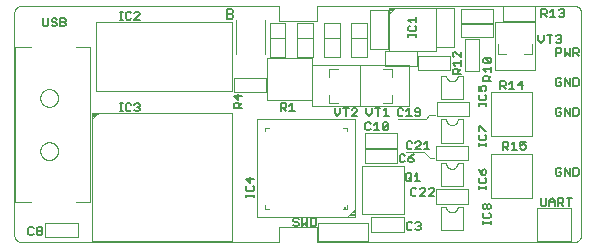
<source format=gto>
G75*
%MOIN*%
%OFA0B0*%
%FSLAX25Y25*%
%IPPOS*%
%LPD*%
%AMOC8*
5,1,8,0,0,1.08239X$1,22.5*
%
%ADD10C,0.00000*%
%ADD11C,0.00600*%
%ADD12C,0.00500*%
%ADD13C,0.00472*%
%ADD14R,0.00984X0.00984*%
D10*
X0010283Y0010126D02*
X0096110Y0010126D01*
X0096110Y0015244D01*
X0108709Y0015244D01*
X0108709Y0010126D01*
X0194535Y0010126D01*
X0194630Y0010128D01*
X0194725Y0010134D01*
X0194820Y0010143D01*
X0194914Y0010157D01*
X0195007Y0010174D01*
X0195100Y0010195D01*
X0195192Y0010219D01*
X0195283Y0010248D01*
X0195373Y0010279D01*
X0195461Y0010315D01*
X0195548Y0010354D01*
X0195633Y0010397D01*
X0195716Y0010442D01*
X0195797Y0010492D01*
X0195877Y0010544D01*
X0195954Y0010600D01*
X0196029Y0010658D01*
X0196101Y0010720D01*
X0196171Y0010785D01*
X0196238Y0010852D01*
X0196303Y0010922D01*
X0196365Y0010994D01*
X0196423Y0011069D01*
X0196479Y0011146D01*
X0196531Y0011226D01*
X0196581Y0011307D01*
X0196626Y0011390D01*
X0196669Y0011475D01*
X0196708Y0011562D01*
X0196744Y0011650D01*
X0196775Y0011740D01*
X0196804Y0011831D01*
X0196828Y0011923D01*
X0196849Y0012016D01*
X0196866Y0012109D01*
X0196880Y0012203D01*
X0196889Y0012298D01*
X0196895Y0012393D01*
X0196897Y0012488D01*
X0196898Y0012488D02*
X0196898Y0086504D01*
X0196897Y0086504D02*
X0196895Y0086599D01*
X0196889Y0086694D01*
X0196880Y0086789D01*
X0196866Y0086883D01*
X0196849Y0086976D01*
X0196828Y0087069D01*
X0196804Y0087161D01*
X0196775Y0087252D01*
X0196744Y0087342D01*
X0196708Y0087430D01*
X0196669Y0087517D01*
X0196626Y0087602D01*
X0196581Y0087685D01*
X0196531Y0087766D01*
X0196479Y0087846D01*
X0196423Y0087923D01*
X0196365Y0087998D01*
X0196303Y0088070D01*
X0196238Y0088140D01*
X0196171Y0088207D01*
X0196101Y0088272D01*
X0196029Y0088334D01*
X0195954Y0088392D01*
X0195877Y0088448D01*
X0195797Y0088500D01*
X0195716Y0088550D01*
X0195633Y0088595D01*
X0195548Y0088638D01*
X0195461Y0088677D01*
X0195373Y0088713D01*
X0195283Y0088744D01*
X0195192Y0088773D01*
X0195100Y0088797D01*
X0195007Y0088818D01*
X0194914Y0088835D01*
X0194820Y0088849D01*
X0194725Y0088858D01*
X0194630Y0088864D01*
X0194535Y0088866D01*
X0108709Y0088866D01*
X0108709Y0083748D01*
X0096110Y0083748D01*
X0096110Y0088866D01*
X0010283Y0088866D01*
X0010188Y0088864D01*
X0010093Y0088858D01*
X0009998Y0088849D01*
X0009904Y0088835D01*
X0009811Y0088818D01*
X0009718Y0088797D01*
X0009626Y0088773D01*
X0009535Y0088744D01*
X0009445Y0088713D01*
X0009357Y0088677D01*
X0009270Y0088638D01*
X0009185Y0088595D01*
X0009102Y0088550D01*
X0009021Y0088500D01*
X0008941Y0088448D01*
X0008864Y0088392D01*
X0008789Y0088334D01*
X0008717Y0088272D01*
X0008647Y0088207D01*
X0008580Y0088140D01*
X0008515Y0088070D01*
X0008453Y0087998D01*
X0008395Y0087923D01*
X0008339Y0087846D01*
X0008287Y0087766D01*
X0008237Y0087685D01*
X0008192Y0087602D01*
X0008149Y0087517D01*
X0008110Y0087430D01*
X0008074Y0087342D01*
X0008043Y0087252D01*
X0008014Y0087161D01*
X0007990Y0087069D01*
X0007969Y0086976D01*
X0007952Y0086883D01*
X0007938Y0086789D01*
X0007929Y0086694D01*
X0007923Y0086599D01*
X0007921Y0086504D01*
X0007921Y0012488D01*
X0007923Y0012393D01*
X0007929Y0012298D01*
X0007938Y0012203D01*
X0007952Y0012109D01*
X0007969Y0012016D01*
X0007990Y0011923D01*
X0008014Y0011831D01*
X0008043Y0011740D01*
X0008074Y0011650D01*
X0008110Y0011562D01*
X0008149Y0011475D01*
X0008192Y0011390D01*
X0008237Y0011307D01*
X0008287Y0011226D01*
X0008339Y0011146D01*
X0008395Y0011069D01*
X0008453Y0010994D01*
X0008515Y0010922D01*
X0008580Y0010852D01*
X0008647Y0010785D01*
X0008717Y0010720D01*
X0008789Y0010658D01*
X0008864Y0010600D01*
X0008941Y0010544D01*
X0009021Y0010492D01*
X0009102Y0010442D01*
X0009185Y0010397D01*
X0009270Y0010354D01*
X0009357Y0010315D01*
X0009445Y0010279D01*
X0009535Y0010248D01*
X0009626Y0010219D01*
X0009718Y0010195D01*
X0009811Y0010174D01*
X0009904Y0010157D01*
X0009998Y0010143D01*
X0010093Y0010134D01*
X0010188Y0010128D01*
X0010283Y0010126D01*
X0016582Y0040441D02*
X0016584Y0040549D01*
X0016590Y0040658D01*
X0016600Y0040766D01*
X0016614Y0040873D01*
X0016632Y0040980D01*
X0016653Y0041087D01*
X0016679Y0041192D01*
X0016709Y0041297D01*
X0016742Y0041400D01*
X0016779Y0041502D01*
X0016820Y0041602D01*
X0016864Y0041701D01*
X0016913Y0041799D01*
X0016964Y0041894D01*
X0017019Y0041987D01*
X0017078Y0042079D01*
X0017140Y0042168D01*
X0017205Y0042255D01*
X0017273Y0042339D01*
X0017344Y0042421D01*
X0017418Y0042500D01*
X0017495Y0042576D01*
X0017575Y0042650D01*
X0017658Y0042720D01*
X0017743Y0042788D01*
X0017830Y0042852D01*
X0017920Y0042913D01*
X0018012Y0042971D01*
X0018106Y0043025D01*
X0018202Y0043076D01*
X0018299Y0043123D01*
X0018399Y0043167D01*
X0018500Y0043207D01*
X0018602Y0043243D01*
X0018705Y0043275D01*
X0018810Y0043304D01*
X0018916Y0043328D01*
X0019022Y0043349D01*
X0019129Y0043366D01*
X0019237Y0043379D01*
X0019345Y0043388D01*
X0019454Y0043393D01*
X0019562Y0043394D01*
X0019671Y0043391D01*
X0019779Y0043384D01*
X0019887Y0043373D01*
X0019994Y0043358D01*
X0020101Y0043339D01*
X0020207Y0043316D01*
X0020312Y0043290D01*
X0020417Y0043259D01*
X0020519Y0043225D01*
X0020621Y0043187D01*
X0020721Y0043145D01*
X0020820Y0043100D01*
X0020917Y0043051D01*
X0021011Y0042998D01*
X0021104Y0042942D01*
X0021195Y0042883D01*
X0021284Y0042820D01*
X0021370Y0042755D01*
X0021454Y0042686D01*
X0021535Y0042614D01*
X0021613Y0042539D01*
X0021689Y0042461D01*
X0021762Y0042380D01*
X0021832Y0042297D01*
X0021898Y0042212D01*
X0021962Y0042124D01*
X0022022Y0042033D01*
X0022079Y0041941D01*
X0022132Y0041846D01*
X0022182Y0041750D01*
X0022228Y0041652D01*
X0022271Y0041552D01*
X0022310Y0041451D01*
X0022345Y0041348D01*
X0022377Y0041245D01*
X0022404Y0041140D01*
X0022428Y0041034D01*
X0022448Y0040927D01*
X0022464Y0040820D01*
X0022476Y0040712D01*
X0022484Y0040604D01*
X0022488Y0040495D01*
X0022488Y0040387D01*
X0022484Y0040278D01*
X0022476Y0040170D01*
X0022464Y0040062D01*
X0022448Y0039955D01*
X0022428Y0039848D01*
X0022404Y0039742D01*
X0022377Y0039637D01*
X0022345Y0039534D01*
X0022310Y0039431D01*
X0022271Y0039330D01*
X0022228Y0039230D01*
X0022182Y0039132D01*
X0022132Y0039036D01*
X0022079Y0038941D01*
X0022022Y0038849D01*
X0021962Y0038758D01*
X0021898Y0038670D01*
X0021832Y0038585D01*
X0021762Y0038502D01*
X0021689Y0038421D01*
X0021613Y0038343D01*
X0021535Y0038268D01*
X0021454Y0038196D01*
X0021370Y0038127D01*
X0021284Y0038062D01*
X0021195Y0037999D01*
X0021104Y0037940D01*
X0021012Y0037884D01*
X0020917Y0037831D01*
X0020820Y0037782D01*
X0020721Y0037737D01*
X0020621Y0037695D01*
X0020519Y0037657D01*
X0020417Y0037623D01*
X0020312Y0037592D01*
X0020207Y0037566D01*
X0020101Y0037543D01*
X0019994Y0037524D01*
X0019887Y0037509D01*
X0019779Y0037498D01*
X0019671Y0037491D01*
X0019562Y0037488D01*
X0019454Y0037489D01*
X0019345Y0037494D01*
X0019237Y0037503D01*
X0019129Y0037516D01*
X0019022Y0037533D01*
X0018916Y0037554D01*
X0018810Y0037578D01*
X0018705Y0037607D01*
X0018602Y0037639D01*
X0018500Y0037675D01*
X0018399Y0037715D01*
X0018299Y0037759D01*
X0018202Y0037806D01*
X0018106Y0037857D01*
X0018012Y0037911D01*
X0017920Y0037969D01*
X0017830Y0038030D01*
X0017743Y0038094D01*
X0017658Y0038162D01*
X0017575Y0038232D01*
X0017495Y0038306D01*
X0017418Y0038382D01*
X0017344Y0038461D01*
X0017273Y0038543D01*
X0017205Y0038627D01*
X0017140Y0038714D01*
X0017078Y0038803D01*
X0017019Y0038895D01*
X0016964Y0038988D01*
X0016913Y0039083D01*
X0016864Y0039181D01*
X0016820Y0039280D01*
X0016779Y0039380D01*
X0016742Y0039482D01*
X0016709Y0039585D01*
X0016679Y0039690D01*
X0016653Y0039795D01*
X0016632Y0039902D01*
X0016614Y0040009D01*
X0016600Y0040116D01*
X0016590Y0040224D01*
X0016584Y0040333D01*
X0016582Y0040441D01*
X0016582Y0058157D02*
X0016584Y0058265D01*
X0016590Y0058374D01*
X0016600Y0058482D01*
X0016614Y0058589D01*
X0016632Y0058696D01*
X0016653Y0058803D01*
X0016679Y0058908D01*
X0016709Y0059013D01*
X0016742Y0059116D01*
X0016779Y0059218D01*
X0016820Y0059318D01*
X0016864Y0059417D01*
X0016913Y0059515D01*
X0016964Y0059610D01*
X0017019Y0059703D01*
X0017078Y0059795D01*
X0017140Y0059884D01*
X0017205Y0059971D01*
X0017273Y0060055D01*
X0017344Y0060137D01*
X0017418Y0060216D01*
X0017495Y0060292D01*
X0017575Y0060366D01*
X0017658Y0060436D01*
X0017743Y0060504D01*
X0017830Y0060568D01*
X0017920Y0060629D01*
X0018012Y0060687D01*
X0018106Y0060741D01*
X0018202Y0060792D01*
X0018299Y0060839D01*
X0018399Y0060883D01*
X0018500Y0060923D01*
X0018602Y0060959D01*
X0018705Y0060991D01*
X0018810Y0061020D01*
X0018916Y0061044D01*
X0019022Y0061065D01*
X0019129Y0061082D01*
X0019237Y0061095D01*
X0019345Y0061104D01*
X0019454Y0061109D01*
X0019562Y0061110D01*
X0019671Y0061107D01*
X0019779Y0061100D01*
X0019887Y0061089D01*
X0019994Y0061074D01*
X0020101Y0061055D01*
X0020207Y0061032D01*
X0020312Y0061006D01*
X0020417Y0060975D01*
X0020519Y0060941D01*
X0020621Y0060903D01*
X0020721Y0060861D01*
X0020820Y0060816D01*
X0020917Y0060767D01*
X0021011Y0060714D01*
X0021104Y0060658D01*
X0021195Y0060599D01*
X0021284Y0060536D01*
X0021370Y0060471D01*
X0021454Y0060402D01*
X0021535Y0060330D01*
X0021613Y0060255D01*
X0021689Y0060177D01*
X0021762Y0060096D01*
X0021832Y0060013D01*
X0021898Y0059928D01*
X0021962Y0059840D01*
X0022022Y0059749D01*
X0022079Y0059657D01*
X0022132Y0059562D01*
X0022182Y0059466D01*
X0022228Y0059368D01*
X0022271Y0059268D01*
X0022310Y0059167D01*
X0022345Y0059064D01*
X0022377Y0058961D01*
X0022404Y0058856D01*
X0022428Y0058750D01*
X0022448Y0058643D01*
X0022464Y0058536D01*
X0022476Y0058428D01*
X0022484Y0058320D01*
X0022488Y0058211D01*
X0022488Y0058103D01*
X0022484Y0057994D01*
X0022476Y0057886D01*
X0022464Y0057778D01*
X0022448Y0057671D01*
X0022428Y0057564D01*
X0022404Y0057458D01*
X0022377Y0057353D01*
X0022345Y0057250D01*
X0022310Y0057147D01*
X0022271Y0057046D01*
X0022228Y0056946D01*
X0022182Y0056848D01*
X0022132Y0056752D01*
X0022079Y0056657D01*
X0022022Y0056565D01*
X0021962Y0056474D01*
X0021898Y0056386D01*
X0021832Y0056301D01*
X0021762Y0056218D01*
X0021689Y0056137D01*
X0021613Y0056059D01*
X0021535Y0055984D01*
X0021454Y0055912D01*
X0021370Y0055843D01*
X0021284Y0055778D01*
X0021195Y0055715D01*
X0021104Y0055656D01*
X0021012Y0055600D01*
X0020917Y0055547D01*
X0020820Y0055498D01*
X0020721Y0055453D01*
X0020621Y0055411D01*
X0020519Y0055373D01*
X0020417Y0055339D01*
X0020312Y0055308D01*
X0020207Y0055282D01*
X0020101Y0055259D01*
X0019994Y0055240D01*
X0019887Y0055225D01*
X0019779Y0055214D01*
X0019671Y0055207D01*
X0019562Y0055204D01*
X0019454Y0055205D01*
X0019345Y0055210D01*
X0019237Y0055219D01*
X0019129Y0055232D01*
X0019022Y0055249D01*
X0018916Y0055270D01*
X0018810Y0055294D01*
X0018705Y0055323D01*
X0018602Y0055355D01*
X0018500Y0055391D01*
X0018399Y0055431D01*
X0018299Y0055475D01*
X0018202Y0055522D01*
X0018106Y0055573D01*
X0018012Y0055627D01*
X0017920Y0055685D01*
X0017830Y0055746D01*
X0017743Y0055810D01*
X0017658Y0055878D01*
X0017575Y0055948D01*
X0017495Y0056022D01*
X0017418Y0056098D01*
X0017344Y0056177D01*
X0017273Y0056259D01*
X0017205Y0056343D01*
X0017140Y0056430D01*
X0017078Y0056519D01*
X0017019Y0056611D01*
X0016964Y0056704D01*
X0016913Y0056799D01*
X0016864Y0056897D01*
X0016820Y0056996D01*
X0016779Y0057096D01*
X0016742Y0057198D01*
X0016709Y0057301D01*
X0016679Y0057406D01*
X0016653Y0057511D01*
X0016632Y0057618D01*
X0016614Y0057725D01*
X0016600Y0057832D01*
X0016590Y0057940D01*
X0016584Y0058049D01*
X0016582Y0058157D01*
D11*
X0078694Y0084442D02*
X0080364Y0084442D01*
X0080920Y0084998D01*
X0080920Y0085555D01*
X0080364Y0086112D01*
X0078694Y0086112D01*
X0080364Y0086112D02*
X0080920Y0086668D01*
X0080920Y0087225D01*
X0080364Y0087782D01*
X0078694Y0087782D01*
X0078694Y0084442D01*
D12*
X0049714Y0084313D02*
X0047946Y0084313D01*
X0049714Y0086081D01*
X0049714Y0086523D01*
X0049272Y0086965D01*
X0048388Y0086965D01*
X0047946Y0086523D01*
X0046814Y0086523D02*
X0046372Y0086965D01*
X0045488Y0086965D01*
X0045046Y0086523D01*
X0045046Y0084755D01*
X0045488Y0084313D01*
X0046372Y0084313D01*
X0046814Y0084755D01*
X0043996Y0084313D02*
X0043112Y0084313D01*
X0043554Y0084313D02*
X0043554Y0086965D01*
X0043112Y0086965D02*
X0043996Y0086965D01*
X0024991Y0084239D02*
X0024991Y0083797D01*
X0024549Y0083355D01*
X0023223Y0083355D01*
X0022091Y0082913D02*
X0022091Y0082472D01*
X0021649Y0082030D01*
X0020765Y0082030D01*
X0020323Y0082472D01*
X0020765Y0083355D02*
X0021649Y0083355D01*
X0022091Y0082913D01*
X0022091Y0084239D02*
X0021649Y0084681D01*
X0020765Y0084681D01*
X0020323Y0084239D01*
X0020323Y0083797D01*
X0020765Y0083355D01*
X0019191Y0082472D02*
X0019191Y0084681D01*
X0017423Y0084681D02*
X0017423Y0082472D01*
X0017865Y0082030D01*
X0018749Y0082030D01*
X0019191Y0082472D01*
X0023223Y0082030D02*
X0024549Y0082030D01*
X0024991Y0082472D01*
X0024991Y0082913D01*
X0024549Y0083355D01*
X0024991Y0084239D02*
X0024549Y0084681D01*
X0023223Y0084681D01*
X0023223Y0082030D01*
X0043112Y0056335D02*
X0043996Y0056335D01*
X0043554Y0056335D02*
X0043554Y0053683D01*
X0043112Y0053683D02*
X0043996Y0053683D01*
X0045046Y0054125D02*
X0045488Y0053683D01*
X0046372Y0053683D01*
X0046814Y0054125D01*
X0047946Y0054125D02*
X0048388Y0053683D01*
X0049272Y0053683D01*
X0049714Y0054125D01*
X0049714Y0054567D01*
X0049272Y0055009D01*
X0048830Y0055009D01*
X0049272Y0055009D02*
X0049714Y0055451D01*
X0049714Y0055893D01*
X0049272Y0056335D01*
X0048388Y0056335D01*
X0047946Y0055893D01*
X0046814Y0055893D02*
X0046372Y0056335D01*
X0045488Y0056335D01*
X0045046Y0055893D01*
X0045046Y0054125D01*
X0081200Y0054667D02*
X0081200Y0055993D01*
X0081642Y0056435D01*
X0082526Y0056435D01*
X0082968Y0055993D01*
X0082968Y0054667D01*
X0082968Y0055551D02*
X0083852Y0056435D01*
X0082526Y0057567D02*
X0082526Y0059335D01*
X0081200Y0058893D02*
X0082526Y0057567D01*
X0083852Y0058893D02*
X0081200Y0058893D01*
X0081200Y0054667D02*
X0083852Y0054667D01*
X0096662Y0054764D02*
X0097988Y0054764D01*
X0098430Y0055206D01*
X0098430Y0056090D01*
X0097988Y0056532D01*
X0096662Y0056532D01*
X0096662Y0053880D01*
X0097546Y0054764D02*
X0098430Y0053880D01*
X0099562Y0053880D02*
X0101330Y0053880D01*
X0100446Y0053880D02*
X0100446Y0056532D01*
X0099562Y0055648D01*
X0114667Y0054760D02*
X0114667Y0052992D01*
X0115551Y0052108D01*
X0116435Y0052992D01*
X0116435Y0054760D01*
X0117567Y0054760D02*
X0119335Y0054760D01*
X0118451Y0054760D02*
X0118451Y0052108D01*
X0120468Y0052108D02*
X0122235Y0053876D01*
X0122235Y0054318D01*
X0121793Y0054760D01*
X0120910Y0054760D01*
X0120468Y0054318D01*
X0120468Y0052108D02*
X0122235Y0052108D01*
X0125297Y0053189D02*
X0126181Y0052305D01*
X0127065Y0053189D01*
X0127065Y0054957D01*
X0128197Y0054957D02*
X0129965Y0054957D01*
X0129081Y0054957D02*
X0129081Y0052305D01*
X0131097Y0052305D02*
X0132865Y0052305D01*
X0131981Y0052305D02*
X0131981Y0054957D01*
X0131097Y0054073D01*
X0135730Y0054318D02*
X0135730Y0052550D01*
X0136172Y0052108D01*
X0137056Y0052108D01*
X0137498Y0052550D01*
X0138630Y0052108D02*
X0140398Y0052108D01*
X0139514Y0052108D02*
X0139514Y0054760D01*
X0138630Y0053876D01*
X0137498Y0054318D02*
X0137056Y0054760D01*
X0136172Y0054760D01*
X0135730Y0054318D01*
X0141531Y0054318D02*
X0141531Y0053876D01*
X0141973Y0053434D01*
X0143298Y0053434D01*
X0143298Y0052550D02*
X0142856Y0052108D01*
X0141973Y0052108D01*
X0141531Y0052550D01*
X0143298Y0052550D02*
X0143298Y0054318D01*
X0142856Y0054760D01*
X0141973Y0054760D01*
X0141531Y0054318D01*
X0132472Y0049594D02*
X0132030Y0050036D01*
X0131146Y0050036D01*
X0130704Y0049594D01*
X0130704Y0047826D01*
X0132472Y0049594D01*
X0132472Y0047826D01*
X0132030Y0047384D01*
X0131146Y0047384D01*
X0130704Y0047826D01*
X0129572Y0047384D02*
X0127804Y0047384D01*
X0128688Y0047384D02*
X0128688Y0050036D01*
X0127804Y0049152D01*
X0126671Y0049594D02*
X0126229Y0050036D01*
X0125346Y0050036D01*
X0124904Y0049594D01*
X0124904Y0047826D01*
X0125346Y0047384D01*
X0126229Y0047384D01*
X0126671Y0047826D01*
X0125297Y0053189D02*
X0125297Y0054957D01*
X0138683Y0043295D02*
X0138683Y0041527D01*
X0139125Y0041085D01*
X0140009Y0041085D01*
X0140451Y0041527D01*
X0141583Y0041085D02*
X0143351Y0042853D01*
X0143351Y0043295D01*
X0142909Y0043737D01*
X0142025Y0043737D01*
X0141583Y0043295D01*
X0140451Y0043295D02*
X0140009Y0043737D01*
X0139125Y0043737D01*
X0138683Y0043295D01*
X0144483Y0042853D02*
X0145367Y0043737D01*
X0145367Y0041085D01*
X0144483Y0041085D02*
X0146251Y0041085D01*
X0143351Y0041085D02*
X0141583Y0041085D01*
X0140989Y0039406D02*
X0140105Y0038964D01*
X0139221Y0038080D01*
X0140547Y0038080D01*
X0140989Y0037638D01*
X0140989Y0037196D01*
X0140547Y0036754D01*
X0139663Y0036754D01*
X0139221Y0037196D01*
X0139221Y0038080D01*
X0138089Y0038964D02*
X0137647Y0039406D01*
X0136763Y0039406D01*
X0136321Y0038964D01*
X0136321Y0037196D01*
X0136763Y0036754D01*
X0137647Y0036754D01*
X0138089Y0037196D01*
X0138928Y0033107D02*
X0138486Y0032665D01*
X0138486Y0030897D01*
X0138928Y0030455D01*
X0139812Y0030455D01*
X0140254Y0030897D01*
X0140254Y0032665D01*
X0139812Y0033107D01*
X0138928Y0033107D01*
X0141386Y0032223D02*
X0142270Y0033107D01*
X0142270Y0030455D01*
X0141386Y0030455D02*
X0143154Y0030455D01*
X0140254Y0030455D02*
X0139370Y0031339D01*
X0140661Y0028185D02*
X0140219Y0027743D01*
X0140219Y0025975D01*
X0140661Y0025533D01*
X0141545Y0025533D01*
X0141987Y0025975D01*
X0143119Y0025533D02*
X0144887Y0027301D01*
X0144887Y0027743D01*
X0144445Y0028185D01*
X0143561Y0028185D01*
X0143119Y0027743D01*
X0141987Y0027743D02*
X0141545Y0028185D01*
X0140661Y0028185D01*
X0143119Y0025533D02*
X0144887Y0025533D01*
X0146019Y0025533D02*
X0147787Y0027301D01*
X0147787Y0027743D01*
X0147345Y0028185D01*
X0146461Y0028185D01*
X0146019Y0027743D01*
X0146019Y0025533D02*
X0147787Y0025533D01*
X0162657Y0027800D02*
X0162657Y0028684D01*
X0162657Y0028242D02*
X0165309Y0028242D01*
X0165309Y0027800D02*
X0165309Y0028684D01*
X0164867Y0029733D02*
X0165309Y0030175D01*
X0165309Y0031059D01*
X0164867Y0031501D01*
X0164867Y0032633D02*
X0165309Y0033075D01*
X0165309Y0033959D01*
X0164867Y0034401D01*
X0164425Y0034401D01*
X0163983Y0033959D01*
X0163983Y0032633D01*
X0164867Y0032633D01*
X0163983Y0032633D02*
X0163099Y0033517D01*
X0162657Y0034401D01*
X0163099Y0031501D02*
X0162657Y0031059D01*
X0162657Y0030175D01*
X0163099Y0029733D01*
X0164867Y0029733D01*
X0164919Y0022787D02*
X0165361Y0022345D01*
X0165361Y0021461D01*
X0164919Y0021019D01*
X0164477Y0021019D01*
X0164035Y0021461D01*
X0164035Y0022345D01*
X0164477Y0022787D01*
X0164919Y0022787D01*
X0165361Y0022345D02*
X0165803Y0022787D01*
X0166245Y0022787D01*
X0166687Y0022345D01*
X0166687Y0021461D01*
X0166245Y0021019D01*
X0165803Y0021019D01*
X0165361Y0021461D01*
X0164477Y0019887D02*
X0164035Y0019445D01*
X0164035Y0018561D01*
X0164477Y0018119D01*
X0166245Y0018119D01*
X0166687Y0018561D01*
X0166687Y0019445D01*
X0166245Y0019887D01*
X0166687Y0017070D02*
X0166687Y0016186D01*
X0166687Y0016628D02*
X0164035Y0016628D01*
X0164035Y0016186D02*
X0164035Y0017070D01*
X0183382Y0022629D02*
X0183824Y0022187D01*
X0184708Y0022187D01*
X0185150Y0022629D01*
X0185150Y0024839D01*
X0186282Y0023955D02*
X0187166Y0024839D01*
X0188050Y0023955D01*
X0188050Y0022187D01*
X0189182Y0022187D02*
X0189182Y0024839D01*
X0190508Y0024839D01*
X0190950Y0024397D01*
X0190950Y0023513D01*
X0190508Y0023071D01*
X0189182Y0023071D01*
X0190066Y0023071D02*
X0190950Y0022187D01*
X0192966Y0022187D02*
X0192966Y0024839D01*
X0192082Y0024839D02*
X0193850Y0024839D01*
X0188050Y0023513D02*
X0186282Y0023513D01*
X0186282Y0023955D02*
X0186282Y0022187D01*
X0183382Y0022629D02*
X0183382Y0024839D01*
X0188889Y0032226D02*
X0189773Y0032226D01*
X0190215Y0032668D01*
X0190215Y0033552D01*
X0189331Y0033552D01*
X0188447Y0032668D02*
X0188889Y0032226D01*
X0188447Y0032668D02*
X0188447Y0034436D01*
X0188889Y0034878D01*
X0189773Y0034878D01*
X0190215Y0034436D01*
X0191347Y0034878D02*
X0193115Y0032226D01*
X0193115Y0034878D01*
X0194248Y0034878D02*
X0195573Y0034878D01*
X0196015Y0034436D01*
X0196015Y0032668D01*
X0195573Y0032226D01*
X0194248Y0032226D01*
X0194248Y0034878D01*
X0191347Y0034878D02*
X0191347Y0032226D01*
X0178338Y0041330D02*
X0177896Y0040888D01*
X0177012Y0040888D01*
X0176570Y0041330D01*
X0176570Y0042214D02*
X0177454Y0042656D01*
X0177896Y0042656D01*
X0178338Y0042214D01*
X0178338Y0041330D01*
X0176570Y0042214D02*
X0176570Y0043540D01*
X0178338Y0043540D01*
X0174554Y0043540D02*
X0174554Y0040888D01*
X0173670Y0040888D02*
X0175438Y0040888D01*
X0172538Y0040888D02*
X0171654Y0041772D01*
X0172096Y0041772D02*
X0170770Y0041772D01*
X0170770Y0040888D02*
X0170770Y0043540D01*
X0172096Y0043540D01*
X0172538Y0043098D01*
X0172538Y0042214D01*
X0172096Y0041772D01*
X0173670Y0042656D02*
X0174554Y0043540D01*
X0165309Y0043054D02*
X0165309Y0042170D01*
X0165309Y0042612D02*
X0162657Y0042612D01*
X0162657Y0042170D02*
X0162657Y0043054D01*
X0163099Y0044103D02*
X0164867Y0044103D01*
X0165309Y0044545D01*
X0165309Y0045429D01*
X0164867Y0045871D01*
X0164867Y0047003D02*
X0165309Y0047003D01*
X0164867Y0047003D02*
X0163099Y0048771D01*
X0162657Y0048771D01*
X0162657Y0047003D01*
X0163099Y0045871D02*
X0162657Y0045429D01*
X0162657Y0044545D01*
X0163099Y0044103D01*
X0188447Y0052747D02*
X0188447Y0054515D01*
X0188889Y0054957D01*
X0189773Y0054957D01*
X0190215Y0054515D01*
X0190215Y0053631D02*
X0189331Y0053631D01*
X0190215Y0053631D02*
X0190215Y0052747D01*
X0189773Y0052305D01*
X0188889Y0052305D01*
X0188447Y0052747D01*
X0191347Y0052305D02*
X0191347Y0054957D01*
X0193115Y0052305D01*
X0193115Y0054957D01*
X0194248Y0054957D02*
X0195573Y0054957D01*
X0196015Y0054515D01*
X0196015Y0052747D01*
X0195573Y0052305D01*
X0194248Y0052305D01*
X0194248Y0054957D01*
X0194248Y0062148D02*
X0195573Y0062148D01*
X0196015Y0062590D01*
X0196015Y0064358D01*
X0195573Y0064800D01*
X0194248Y0064800D01*
X0194248Y0062148D01*
X0193115Y0062148D02*
X0193115Y0064800D01*
X0191347Y0064800D02*
X0193115Y0062148D01*
X0191347Y0062148D02*
X0191347Y0064800D01*
X0190215Y0064358D02*
X0189773Y0064800D01*
X0188889Y0064800D01*
X0188447Y0064358D01*
X0188447Y0062590D01*
X0188889Y0062148D01*
X0189773Y0062148D01*
X0190215Y0062590D01*
X0190215Y0063474D01*
X0189331Y0063474D01*
X0177550Y0062489D02*
X0175783Y0062489D01*
X0177108Y0063815D01*
X0177108Y0061163D01*
X0174650Y0061163D02*
X0172882Y0061163D01*
X0173766Y0061163D02*
X0173766Y0063815D01*
X0172882Y0062931D01*
X0171750Y0063373D02*
X0171750Y0062489D01*
X0171308Y0062047D01*
X0169982Y0062047D01*
X0169982Y0061163D02*
X0169982Y0063815D01*
X0171308Y0063815D01*
X0171750Y0063373D01*
X0170866Y0062047D02*
X0171750Y0061163D01*
X0166923Y0063880D02*
X0164271Y0063880D01*
X0164271Y0065206D01*
X0164713Y0065648D01*
X0165597Y0065648D01*
X0166039Y0065206D01*
X0166039Y0063880D01*
X0166039Y0064764D02*
X0166923Y0065648D01*
X0166923Y0066780D02*
X0166923Y0068548D01*
X0166923Y0067664D02*
X0164271Y0067664D01*
X0165155Y0066780D01*
X0164713Y0069681D02*
X0164271Y0070123D01*
X0164271Y0071007D01*
X0164713Y0071448D01*
X0166481Y0069681D01*
X0166923Y0070123D01*
X0166923Y0071007D01*
X0166481Y0071448D01*
X0164713Y0071448D01*
X0164713Y0069681D02*
X0166481Y0069681D01*
X0156687Y0069830D02*
X0154035Y0069830D01*
X0154919Y0068946D01*
X0154477Y0067814D02*
X0155361Y0067814D01*
X0155803Y0067372D01*
X0155803Y0066046D01*
X0155803Y0066930D02*
X0156687Y0067814D01*
X0156687Y0068946D02*
X0156687Y0070714D01*
X0156687Y0071846D02*
X0154919Y0073614D01*
X0154477Y0073614D01*
X0154035Y0073172D01*
X0154035Y0072288D01*
X0154477Y0071846D01*
X0156687Y0071846D02*
X0156687Y0073614D01*
X0154477Y0067814D02*
X0154035Y0067372D01*
X0154035Y0066046D01*
X0156687Y0066046D01*
X0162657Y0062157D02*
X0162657Y0060389D01*
X0163983Y0060389D01*
X0163541Y0061273D01*
X0163541Y0061715D01*
X0163983Y0062157D01*
X0164867Y0062157D01*
X0165309Y0061715D01*
X0165309Y0060831D01*
X0164867Y0060389D01*
X0164867Y0059257D02*
X0165309Y0058815D01*
X0165309Y0057931D01*
X0164867Y0057489D01*
X0163099Y0057489D01*
X0162657Y0057931D01*
X0162657Y0058815D01*
X0163099Y0059257D01*
X0162657Y0056440D02*
X0162657Y0055556D01*
X0162657Y0055998D02*
X0165309Y0055998D01*
X0165309Y0055556D02*
X0165309Y0056440D01*
X0188447Y0072187D02*
X0188447Y0074839D01*
X0189773Y0074839D01*
X0190215Y0074397D01*
X0190215Y0073513D01*
X0189773Y0073071D01*
X0188447Y0073071D01*
X0191347Y0072187D02*
X0192231Y0073071D01*
X0193115Y0072187D01*
X0193115Y0074839D01*
X0194248Y0074839D02*
X0195573Y0074839D01*
X0196015Y0074397D01*
X0196015Y0073513D01*
X0195573Y0073071D01*
X0194248Y0073071D01*
X0195131Y0073071D02*
X0196015Y0072187D01*
X0194248Y0072187D02*
X0194248Y0074839D01*
X0191347Y0074839D02*
X0191347Y0072187D01*
X0189707Y0076518D02*
X0188823Y0076518D01*
X0188381Y0076960D01*
X0189265Y0077844D02*
X0189707Y0077844D01*
X0190149Y0077402D01*
X0190149Y0076960D01*
X0189707Y0076518D01*
X0189707Y0077844D02*
X0190149Y0078286D01*
X0190149Y0078728D01*
X0189707Y0079170D01*
X0188823Y0079170D01*
X0188381Y0078728D01*
X0187249Y0079170D02*
X0185481Y0079170D01*
X0186365Y0079170D02*
X0186365Y0076518D01*
X0184349Y0077402D02*
X0184349Y0079170D01*
X0182581Y0079170D02*
X0182581Y0077402D01*
X0183465Y0076518D01*
X0184349Y0077402D01*
X0183565Y0085179D02*
X0183565Y0087831D01*
X0184891Y0087831D01*
X0185333Y0087389D01*
X0185333Y0086505D01*
X0184891Y0086063D01*
X0183565Y0086063D01*
X0184449Y0086063D02*
X0185333Y0085179D01*
X0186465Y0085179D02*
X0188233Y0085179D01*
X0187349Y0085179D02*
X0187349Y0087831D01*
X0186465Y0086947D01*
X0189365Y0087389D02*
X0189807Y0087831D01*
X0190691Y0087831D01*
X0191133Y0087389D01*
X0191133Y0086947D01*
X0190691Y0086505D01*
X0191133Y0086063D01*
X0191133Y0085621D01*
X0190691Y0085179D01*
X0189807Y0085179D01*
X0189365Y0085621D01*
X0190249Y0086505D02*
X0190691Y0086505D01*
X0141884Y0085189D02*
X0141884Y0083421D01*
X0141884Y0084305D02*
X0139232Y0084305D01*
X0140116Y0083421D01*
X0139674Y0082289D02*
X0139232Y0081847D01*
X0139232Y0080963D01*
X0139674Y0080521D01*
X0141442Y0080521D01*
X0141884Y0080963D01*
X0141884Y0081847D01*
X0141442Y0082289D01*
X0141884Y0079471D02*
X0141884Y0078587D01*
X0141884Y0079029D02*
X0139232Y0079029D01*
X0139232Y0078587D02*
X0139232Y0079471D01*
X0086463Y0031685D02*
X0086463Y0029917D01*
X0085138Y0031243D01*
X0087789Y0031243D01*
X0087347Y0028785D02*
X0087789Y0028343D01*
X0087789Y0027459D01*
X0087347Y0027017D01*
X0085579Y0027017D01*
X0085138Y0027459D01*
X0085138Y0028343D01*
X0085579Y0028785D01*
X0085138Y0025967D02*
X0085138Y0025083D01*
X0085138Y0025525D02*
X0087789Y0025525D01*
X0087789Y0025083D02*
X0087789Y0025967D01*
X0100888Y0017704D02*
X0100888Y0017262D01*
X0101330Y0016820D01*
X0102214Y0016820D01*
X0102656Y0016378D01*
X0102656Y0015936D01*
X0102214Y0015494D01*
X0101330Y0015494D01*
X0100888Y0015936D01*
X0100888Y0017704D02*
X0101330Y0018146D01*
X0102214Y0018146D01*
X0102656Y0017704D01*
X0103788Y0018146D02*
X0103788Y0015494D01*
X0104672Y0016378D01*
X0105556Y0015494D01*
X0105556Y0018146D01*
X0106688Y0018146D02*
X0108014Y0018146D01*
X0108456Y0017704D01*
X0108456Y0015936D01*
X0108014Y0015494D01*
X0106688Y0015494D01*
X0106688Y0018146D01*
X0138683Y0016326D02*
X0138683Y0014558D01*
X0139125Y0014116D01*
X0140009Y0014116D01*
X0140451Y0014558D01*
X0141583Y0014558D02*
X0142025Y0014116D01*
X0142909Y0014116D01*
X0143351Y0014558D01*
X0143351Y0015000D01*
X0142909Y0015442D01*
X0142467Y0015442D01*
X0142909Y0015442D02*
X0143351Y0015884D01*
X0143351Y0016326D01*
X0142909Y0016768D01*
X0142025Y0016768D01*
X0141583Y0016326D01*
X0140451Y0016326D02*
X0140009Y0016768D01*
X0139125Y0016768D01*
X0138683Y0016326D01*
X0017275Y0014751D02*
X0017275Y0014309D01*
X0016833Y0013867D01*
X0015949Y0013867D01*
X0015507Y0014309D01*
X0015507Y0014751D01*
X0015949Y0015193D01*
X0016833Y0015193D01*
X0017275Y0014751D01*
X0016833Y0013867D02*
X0017275Y0013425D01*
X0017275Y0012983D01*
X0016833Y0012541D01*
X0015949Y0012541D01*
X0015507Y0012983D01*
X0015507Y0013425D01*
X0015949Y0013867D01*
X0014375Y0012983D02*
X0013933Y0012541D01*
X0013049Y0012541D01*
X0012607Y0012983D01*
X0012607Y0014751D01*
X0013049Y0015193D01*
X0013933Y0015193D01*
X0014375Y0014751D01*
D13*
X0018315Y0016465D02*
X0029024Y0016465D01*
X0029024Y0011661D01*
X0018315Y0011661D01*
X0018315Y0016465D01*
X0013630Y0023551D02*
X0008118Y0023551D01*
X0008118Y0075047D01*
X0013630Y0075047D01*
X0028591Y0075047D02*
X0033039Y0075047D01*
X0033039Y0023551D01*
X0028591Y0023551D01*
X0033669Y0010559D02*
X0080598Y0010559D01*
X0080598Y0053000D01*
X0033669Y0053000D01*
X0035677Y0053000D01*
X0033669Y0050992D01*
X0033669Y0053000D01*
X0033669Y0010559D01*
X0088787Y0018354D02*
X0088787Y0051110D01*
X0121543Y0051110D01*
X0121543Y0018354D01*
X0118748Y0018354D01*
X0121543Y0021150D01*
X0121543Y0018354D01*
X0088787Y0018354D01*
X0091622Y0021189D02*
X0091622Y0022331D01*
X0091622Y0021189D02*
X0092764Y0021189D01*
X0109070Y0016472D02*
X0109070Y0010472D01*
X0125670Y0010472D01*
X0125670Y0016472D01*
X0109070Y0016472D01*
X0117567Y0021189D02*
X0118709Y0021189D01*
X0118709Y0022331D01*
X0120881Y0020487D02*
X0121543Y0020487D01*
X0121543Y0020958D02*
X0121352Y0020958D01*
X0121543Y0020016D02*
X0120410Y0020016D01*
X0119939Y0019545D02*
X0121543Y0019545D01*
X0121543Y0019074D02*
X0119468Y0019074D01*
X0118997Y0018603D02*
X0121543Y0018603D01*
X0123827Y0019339D02*
X0123827Y0035559D01*
X0137685Y0035559D01*
X0137685Y0019339D01*
X0123827Y0019339D01*
X0126976Y0018433D02*
X0137685Y0018433D01*
X0137685Y0013630D01*
X0126976Y0013630D01*
X0126976Y0018433D01*
X0148433Y0022882D02*
X0148433Y0027685D01*
X0159142Y0027685D01*
X0159142Y0022882D01*
X0148433Y0022882D01*
X0150244Y0021898D02*
X0151888Y0021898D01*
X0150244Y0021898D02*
X0150244Y0014102D01*
X0157331Y0014102D01*
X0157331Y0021898D01*
X0155687Y0021898D01*
X0155685Y0021812D01*
X0155679Y0021725D01*
X0155669Y0021639D01*
X0155656Y0021554D01*
X0155638Y0021469D01*
X0155617Y0021385D01*
X0155591Y0021303D01*
X0155562Y0021221D01*
X0155530Y0021141D01*
X0155493Y0021063D01*
X0155454Y0020986D01*
X0155410Y0020911D01*
X0155364Y0020838D01*
X0155314Y0020767D01*
X0155261Y0020699D01*
X0155205Y0020633D01*
X0155146Y0020570D01*
X0155084Y0020509D01*
X0155019Y0020452D01*
X0154952Y0020397D01*
X0154883Y0020346D01*
X0154811Y0020297D01*
X0154737Y0020253D01*
X0154661Y0020211D01*
X0154583Y0020173D01*
X0154504Y0020139D01*
X0154423Y0020108D01*
X0154341Y0020081D01*
X0154258Y0020057D01*
X0154174Y0020038D01*
X0154088Y0020022D01*
X0154003Y0020010D01*
X0153917Y0020002D01*
X0153830Y0019998D01*
X0153744Y0019998D01*
X0153657Y0020002D01*
X0153571Y0020010D01*
X0153486Y0020022D01*
X0153400Y0020038D01*
X0153316Y0020057D01*
X0153233Y0020081D01*
X0153151Y0020108D01*
X0153070Y0020139D01*
X0152991Y0020173D01*
X0152913Y0020211D01*
X0152837Y0020253D01*
X0152763Y0020297D01*
X0152691Y0020346D01*
X0152622Y0020397D01*
X0152555Y0020452D01*
X0152490Y0020509D01*
X0152428Y0020570D01*
X0152369Y0020633D01*
X0152313Y0020699D01*
X0152260Y0020767D01*
X0152210Y0020838D01*
X0152164Y0020911D01*
X0152120Y0020986D01*
X0152081Y0021063D01*
X0152044Y0021141D01*
X0152012Y0021221D01*
X0151983Y0021303D01*
X0151957Y0021385D01*
X0151936Y0021469D01*
X0151918Y0021554D01*
X0151905Y0021639D01*
X0151895Y0021725D01*
X0151889Y0021812D01*
X0151887Y0021898D01*
X0166740Y0024752D02*
X0180598Y0024752D01*
X0180598Y0039594D01*
X0166740Y0039594D01*
X0166740Y0024752D01*
X0157331Y0028669D02*
X0157331Y0036465D01*
X0155687Y0036465D01*
X0155685Y0036379D01*
X0155679Y0036292D01*
X0155669Y0036206D01*
X0155656Y0036121D01*
X0155638Y0036036D01*
X0155617Y0035952D01*
X0155591Y0035870D01*
X0155562Y0035788D01*
X0155530Y0035708D01*
X0155493Y0035630D01*
X0155454Y0035553D01*
X0155410Y0035478D01*
X0155364Y0035405D01*
X0155314Y0035334D01*
X0155261Y0035266D01*
X0155205Y0035200D01*
X0155146Y0035137D01*
X0155084Y0035076D01*
X0155019Y0035019D01*
X0154952Y0034964D01*
X0154883Y0034913D01*
X0154811Y0034864D01*
X0154737Y0034820D01*
X0154661Y0034778D01*
X0154583Y0034740D01*
X0154504Y0034706D01*
X0154423Y0034675D01*
X0154341Y0034648D01*
X0154258Y0034624D01*
X0154174Y0034605D01*
X0154088Y0034589D01*
X0154003Y0034577D01*
X0153917Y0034569D01*
X0153830Y0034565D01*
X0153744Y0034565D01*
X0153657Y0034569D01*
X0153571Y0034577D01*
X0153486Y0034589D01*
X0153400Y0034605D01*
X0153316Y0034624D01*
X0153233Y0034648D01*
X0153151Y0034675D01*
X0153070Y0034706D01*
X0152991Y0034740D01*
X0152913Y0034778D01*
X0152837Y0034820D01*
X0152763Y0034864D01*
X0152691Y0034913D01*
X0152622Y0034964D01*
X0152555Y0035019D01*
X0152490Y0035076D01*
X0152428Y0035137D01*
X0152369Y0035200D01*
X0152313Y0035266D01*
X0152260Y0035334D01*
X0152210Y0035405D01*
X0152164Y0035478D01*
X0152120Y0035553D01*
X0152081Y0035630D01*
X0152044Y0035708D01*
X0152012Y0035788D01*
X0151983Y0035870D01*
X0151957Y0035952D01*
X0151936Y0036036D01*
X0151918Y0036121D01*
X0151905Y0036206D01*
X0151895Y0036292D01*
X0151889Y0036379D01*
X0151887Y0036465D01*
X0151888Y0036465D02*
X0150244Y0036465D01*
X0150244Y0028669D01*
X0157331Y0028669D01*
X0159142Y0037449D02*
X0148433Y0037449D01*
X0148433Y0042252D01*
X0159142Y0042252D01*
X0159142Y0037449D01*
X0147685Y0038079D02*
X0146504Y0038079D01*
X0144339Y0040244D01*
X0138630Y0040244D01*
X0135520Y0041268D02*
X0135520Y0036465D01*
X0124811Y0036465D01*
X0124811Y0041268D01*
X0135520Y0041268D01*
X0135520Y0041583D02*
X0124811Y0041583D01*
X0124811Y0046386D01*
X0135520Y0046386D01*
X0135520Y0041583D01*
X0150244Y0043236D02*
X0157331Y0043236D01*
X0157331Y0051031D01*
X0155687Y0051031D01*
X0155685Y0050945D01*
X0155679Y0050858D01*
X0155669Y0050772D01*
X0155656Y0050687D01*
X0155638Y0050602D01*
X0155617Y0050518D01*
X0155591Y0050436D01*
X0155562Y0050354D01*
X0155530Y0050274D01*
X0155493Y0050196D01*
X0155454Y0050119D01*
X0155410Y0050044D01*
X0155364Y0049971D01*
X0155314Y0049900D01*
X0155261Y0049832D01*
X0155205Y0049766D01*
X0155146Y0049703D01*
X0155084Y0049642D01*
X0155019Y0049585D01*
X0154952Y0049530D01*
X0154883Y0049479D01*
X0154811Y0049430D01*
X0154737Y0049386D01*
X0154661Y0049344D01*
X0154583Y0049306D01*
X0154504Y0049272D01*
X0154423Y0049241D01*
X0154341Y0049214D01*
X0154258Y0049190D01*
X0154174Y0049171D01*
X0154088Y0049155D01*
X0154003Y0049143D01*
X0153917Y0049135D01*
X0153830Y0049131D01*
X0153744Y0049131D01*
X0153657Y0049135D01*
X0153571Y0049143D01*
X0153486Y0049155D01*
X0153400Y0049171D01*
X0153316Y0049190D01*
X0153233Y0049214D01*
X0153151Y0049241D01*
X0153070Y0049272D01*
X0152991Y0049306D01*
X0152913Y0049344D01*
X0152837Y0049386D01*
X0152763Y0049430D01*
X0152691Y0049479D01*
X0152622Y0049530D01*
X0152555Y0049585D01*
X0152490Y0049642D01*
X0152428Y0049703D01*
X0152369Y0049766D01*
X0152313Y0049832D01*
X0152260Y0049900D01*
X0152210Y0049971D01*
X0152164Y0050044D01*
X0152120Y0050119D01*
X0152081Y0050196D01*
X0152044Y0050274D01*
X0152012Y0050354D01*
X0151983Y0050436D01*
X0151957Y0050518D01*
X0151936Y0050602D01*
X0151918Y0050687D01*
X0151905Y0050772D01*
X0151895Y0050858D01*
X0151889Y0050945D01*
X0151887Y0051031D01*
X0151888Y0051031D02*
X0150244Y0051031D01*
X0150244Y0043236D01*
X0166740Y0045421D02*
X0180598Y0045421D01*
X0180598Y0060264D01*
X0166740Y0060264D01*
X0166740Y0045421D01*
X0159535Y0052016D02*
X0148827Y0052016D01*
X0148827Y0056819D01*
X0159535Y0056819D01*
X0159535Y0052016D01*
X0148079Y0052449D02*
X0146307Y0052449D01*
X0145126Y0051268D01*
X0135874Y0051268D01*
X0139457Y0055559D02*
X0139457Y0069024D01*
X0123236Y0069024D01*
X0123236Y0055559D01*
X0139457Y0055559D01*
X0133866Y0056622D02*
X0130795Y0056622D01*
X0133866Y0056622D02*
X0133866Y0059299D01*
X0123315Y0055559D02*
X0107094Y0055559D01*
X0107094Y0069024D01*
X0123315Y0069024D01*
X0123315Y0055559D01*
X0115756Y0056622D02*
X0112685Y0056622D01*
X0112685Y0059299D01*
X0107075Y0057528D02*
X0107075Y0071386D01*
X0092232Y0071386D01*
X0092232Y0057528D01*
X0107075Y0057528D01*
X0091819Y0060087D02*
X0091819Y0064890D01*
X0081110Y0064890D01*
X0081110Y0060087D01*
X0091819Y0060087D01*
X0080362Y0060323D02*
X0080362Y0083472D01*
X0035087Y0083472D01*
X0035087Y0060323D01*
X0080362Y0060323D01*
X0091622Y0048276D02*
X0092764Y0048276D01*
X0091622Y0048276D02*
X0091622Y0047134D01*
X0117567Y0048276D02*
X0118709Y0048276D01*
X0118709Y0047134D01*
X0150244Y0057803D02*
X0157331Y0057803D01*
X0157331Y0065598D01*
X0155687Y0065598D01*
X0155685Y0065512D01*
X0155679Y0065425D01*
X0155669Y0065339D01*
X0155656Y0065254D01*
X0155638Y0065169D01*
X0155617Y0065085D01*
X0155591Y0065003D01*
X0155562Y0064921D01*
X0155530Y0064841D01*
X0155493Y0064763D01*
X0155454Y0064686D01*
X0155410Y0064611D01*
X0155364Y0064538D01*
X0155314Y0064467D01*
X0155261Y0064399D01*
X0155205Y0064333D01*
X0155146Y0064270D01*
X0155084Y0064209D01*
X0155019Y0064152D01*
X0154952Y0064097D01*
X0154883Y0064046D01*
X0154811Y0063997D01*
X0154737Y0063953D01*
X0154661Y0063911D01*
X0154583Y0063873D01*
X0154504Y0063839D01*
X0154423Y0063808D01*
X0154341Y0063781D01*
X0154258Y0063757D01*
X0154174Y0063738D01*
X0154088Y0063722D01*
X0154003Y0063710D01*
X0153917Y0063702D01*
X0153830Y0063698D01*
X0153744Y0063698D01*
X0153657Y0063702D01*
X0153571Y0063710D01*
X0153486Y0063722D01*
X0153400Y0063738D01*
X0153316Y0063757D01*
X0153233Y0063781D01*
X0153151Y0063808D01*
X0153070Y0063839D01*
X0152991Y0063873D01*
X0152913Y0063911D01*
X0152837Y0063953D01*
X0152763Y0063997D01*
X0152691Y0064046D01*
X0152622Y0064097D01*
X0152555Y0064152D01*
X0152490Y0064209D01*
X0152428Y0064270D01*
X0152369Y0064333D01*
X0152313Y0064399D01*
X0152260Y0064467D01*
X0152210Y0064538D01*
X0152164Y0064611D01*
X0152120Y0064686D01*
X0152081Y0064763D01*
X0152044Y0064841D01*
X0152012Y0064921D01*
X0151983Y0065003D01*
X0151957Y0065085D01*
X0151936Y0065169D01*
X0151918Y0065254D01*
X0151905Y0065339D01*
X0151895Y0065425D01*
X0151889Y0065512D01*
X0151887Y0065598D01*
X0151888Y0065598D02*
X0150244Y0065598D01*
X0150244Y0057803D01*
X0133866Y0065283D02*
X0133866Y0067961D01*
X0130795Y0067961D01*
X0131504Y0068945D02*
X0131504Y0073748D01*
X0142213Y0073748D01*
X0142213Y0068945D01*
X0131504Y0068945D01*
X0125480Y0071898D02*
X0120283Y0071898D01*
X0120283Y0078118D01*
X0125480Y0078118D01*
X0125480Y0071898D01*
X0126583Y0074457D02*
X0126583Y0087528D01*
X0132567Y0087528D01*
X0132567Y0074457D01*
X0126583Y0074457D01*
X0132685Y0073965D02*
X0132685Y0088020D01*
X0132685Y0086012D01*
X0134693Y0088020D01*
X0132685Y0088020D01*
X0148512Y0088020D01*
X0148512Y0073965D01*
X0132685Y0073965D01*
X0125480Y0078118D02*
X0125480Y0083000D01*
X0120283Y0083000D01*
X0120283Y0078118D01*
X0116425Y0078118D02*
X0111228Y0078118D01*
X0111228Y0083000D01*
X0116425Y0083000D01*
X0116425Y0078118D01*
X0116425Y0071898D01*
X0111228Y0071898D01*
X0111228Y0078118D01*
X0107370Y0078118D02*
X0102173Y0078118D01*
X0102173Y0083000D01*
X0107370Y0083000D01*
X0107370Y0078118D01*
X0107370Y0071898D01*
X0102173Y0071898D01*
X0102173Y0078118D01*
X0098315Y0078118D02*
X0093118Y0078118D01*
X0093118Y0083000D01*
X0098315Y0083000D01*
X0098315Y0078118D01*
X0098315Y0071898D01*
X0093118Y0071898D01*
X0093118Y0078118D01*
X0091346Y0072961D02*
X0091346Y0084299D01*
X0081976Y0084299D02*
X0081976Y0072961D01*
X0112685Y0067961D02*
X0112685Y0065283D01*
X0112685Y0067961D02*
X0115756Y0067961D01*
X0142331Y0067370D02*
X0142331Y0072173D01*
X0153039Y0072173D01*
X0153039Y0067370D01*
X0142331Y0067370D01*
X0158079Y0067173D02*
X0162882Y0067173D01*
X0162882Y0077882D01*
X0158079Y0077882D01*
X0158079Y0067173D01*
X0168118Y0067370D02*
X0181583Y0067370D01*
X0181583Y0083591D01*
X0168118Y0083591D01*
X0168118Y0067370D01*
X0169181Y0072961D02*
X0169181Y0076031D01*
X0167606Y0078394D02*
X0156898Y0078394D01*
X0156898Y0083197D01*
X0167606Y0083197D01*
X0167606Y0078394D01*
X0167606Y0082921D02*
X0156898Y0082921D01*
X0156898Y0087724D01*
X0167606Y0087724D01*
X0167606Y0082921D01*
X0170677Y0083906D02*
X0170677Y0088709D01*
X0181386Y0088709D01*
X0181386Y0083906D01*
X0170677Y0083906D01*
X0154614Y0088315D02*
X0154614Y0075244D01*
X0148630Y0075244D01*
X0148630Y0088315D01*
X0154614Y0088315D01*
X0134506Y0087833D02*
X0132685Y0087833D01*
X0132685Y0087362D02*
X0134035Y0087362D01*
X0133564Y0086891D02*
X0132685Y0086891D01*
X0132685Y0086420D02*
X0133093Y0086420D01*
X0169181Y0072961D02*
X0171858Y0072961D01*
X0177843Y0072961D02*
X0180520Y0072961D01*
X0180520Y0076031D01*
X0182043Y0021531D02*
X0182043Y0010531D01*
X0193643Y0010531D01*
X0193643Y0021531D01*
X0182043Y0021531D01*
X0035660Y0052983D02*
X0033669Y0052983D01*
X0033669Y0052512D02*
X0035189Y0052512D01*
X0034718Y0052041D02*
X0033669Y0052041D01*
X0033669Y0051570D02*
X0034247Y0051570D01*
X0033776Y0051099D02*
X0033669Y0051099D01*
D14*
X0118256Y0021642D03*
M02*

</source>
